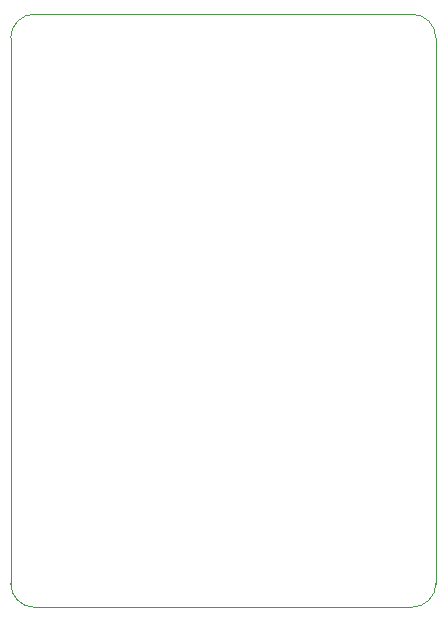
<source format=gbr>
%TF.GenerationSoftware,KiCad,Pcbnew,8.0.6*%
%TF.CreationDate,2024-10-17T17:53:17-05:00*%
%TF.ProjectId,racer,72616365-722e-46b6-9963-61645f706362,rev?*%
%TF.SameCoordinates,Original*%
%TF.FileFunction,Profile,NP*%
%FSLAX46Y46*%
G04 Gerber Fmt 4.6, Leading zero omitted, Abs format (unit mm)*
G04 Created by KiCad (PCBNEW 8.0.6) date 2024-10-17 17:53:17*
%MOMM*%
%LPD*%
G01*
G04 APERTURE LIST*
%TA.AperFunction,Profile*%
%ADD10C,0.000254*%
%TD*%
G04 APERTURE END LIST*
D10*
X2800Y48199201D02*
G75*
G02*
X2002799Y50199200I2000000J-1D01*
G01*
X36002800Y1997200D02*
X36002800Y48199200D01*
X2800Y48199201D02*
X2800Y1997198D01*
X34002800Y50199200D02*
G75*
G02*
X36002800Y48199200I0J-2000000D01*
G01*
X36002800Y1997200D02*
G75*
G02*
X34002800Y-2800I-2000000J0D01*
G01*
X2002798Y-2800D02*
G75*
G02*
X2800Y1997198I2J2000000D01*
G01*
X34002800Y50199200D02*
X2002799Y50199200D01*
X2002798Y-2800D02*
X34002800Y-2800D01*
M02*

</source>
